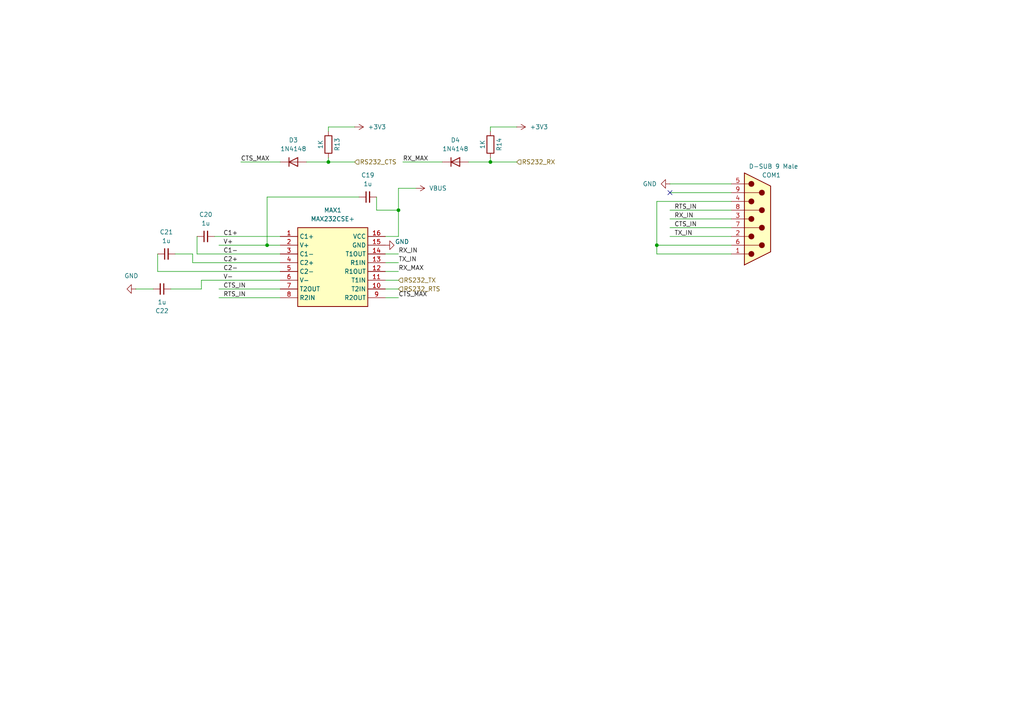
<source format=kicad_sch>
(kicad_sch (version 20231120) (generator "eeschema") (generator_version "8.0")
  (paper "A4")
  (title_block (title "VersaTerm") (date "2025-01-29") (rev "2.0") (company "Mikhail Matveev") (comment 1 "https://github.com/xtremespb/frank"))
  (lib_symbols
    (symbol "Device:C_Small" (pin_numbers hide) (pin_names (offset 0.254) hide)
      (property "Reference" "C" (at 0.254 1.778 0))
      (property "Value" "C_Small" (at 0.254 -2.032 0))
      (symbol "C_Small_0_1"
        (polyline (pts (xy -1.524 -0.508) (xy 1.524 -0.508)) (stroke (width 0.3302)))
        (polyline (pts (xy -1.524 0.508) (xy 1.524 0.508)) (stroke (width 0.3048)))
      )
      (symbol "C_Small_1_1"
        (pin passive line (at 0 2.54 270) (length 2.032) (name "~") (number "1"))
        (pin passive line (at 0 -2.54 90) (length 2.032) (name "~") (number "2"))
      )
    )
    (symbol "Device:R" (pin_numbers hide) (pin_names (offset 0))
      (property "Reference" "R" (at 2.032 0 90))
      (property "Value" "R" (at 0 0 90))
      (symbol "R_0_1"
        (rectangle (start -1.016 -2.54) (end 1.016 2.54) (stroke (width 0.254)))
      )
      (symbol "R_1_1"
        (pin passive line (at 0 3.81 270) (length 1.27) (name "~") (number "1"))
        (pin passive line (at 0 -3.81 90) (length 1.27) (name "~") (number "2"))
      )
    )
    (symbol "Diode:1N4148" (pin_numbers hide) (pin_names hide)
      (property "Reference" "D" (at 0 2.54 0))
      (property "Value" "1N4148" (at 0 -2.54 0))
      (symbol "1N4148_0_1"
        (polyline (pts (xy -1.27 1.27) (xy -1.27 -1.27)) (stroke (width 0.254)))
        (polyline (pts (xy 1.27 0) (xy -1.27 0)))
        (polyline (pts (xy 1.27 1.27) (xy 1.27 -1.27) (xy -1.27 0) (xy 1.27 1.27)) (stroke (width 0.254)))
      )
      (symbol "1N4148_1_1"
        (pin passive line (at -3.81 0 0) (length 2.54) (name "K") (number "1"))
        (pin passive line (at 3.81 0 180) (length 2.54) (name "A") (number "2"))
      )
    )
    (symbol "FRANK:DB9_Male_Small" (pin_names (offset 1.016) hide)
      (property "Reference" "JOY1" (at 1.27 12.7 0))
      (symbol "DB9_Male_Small_0_1"
        (circle (center -1.778 -10.16) (radius 0.762) (fill (type outline)))
        (circle (center -1.778 -5.08) (radius 0.762) (fill (type outline)))
        (circle (center -1.778 0) (radius 0.762) (fill (type outline)))
        (circle (center -1.778 5.08) (radius 0.762) (fill (type outline)))
        (circle (center -1.778 10.16) (radius 0.762) (fill (type outline)))
        (polyline (pts (xy -3.81 -10.16) (xy -2.54 -10.16)))
        (polyline (pts (xy -3.81 -7.62) (xy 0.508 -7.62)))
        (polyline (pts (xy -3.81 -5.08) (xy -2.54 -5.08)))
        (polyline (pts (xy -3.81 -2.54) (xy 0.508 -2.54)))
        (polyline (pts (xy -3.81 0) (xy -2.54 0)))
        (polyline (pts (xy -3.81 2.54) (xy 0.508 2.54)))
        (polyline (pts (xy -3.81 5.08) (xy -2.54 5.08)))
        (polyline (pts (xy -3.81 7.62) (xy 0.508 7.62)))
        (polyline (pts (xy -3.81 10.16) (xy -2.54 10.16)))
        (polyline (pts (xy -3.81 -13.335) (xy -3.81 13.335) (xy 3.81 9.525) (xy 3.81 -9.525) (xy -3.81 -13.335)) (stroke (width 0.254)) (fill (type background)))
        (circle (center 1.27 -7.62) (radius 0.762) (fill (type outline)))
        (circle (center 1.27 -2.54) (radius 0.762) (fill (type outline)))
        (circle (center 1.27 2.54) (radius 0.762) (fill (type outline)))
        (circle (center 1.27 7.62) (radius 0.762) (fill (type outline)))
      )
      (symbol "DB9_Male_Small_1_1"
        (pin passive line (at -7.62 -10.16 0) (length 3.81) (name "1") (number "1"))
        (pin passive line (at -7.62 -5.08 0) (length 3.81) (name "2") (number "2"))
        (pin passive line (at -7.62 0 0) (length 3.81) (name "3") (number "3"))
        (pin passive line (at -7.62 5.08 0) (length 3.81) (name "4") (number "4"))
        (pin passive line (at -7.62 10.16 0) (length 3.81) (name "5") (number "5"))
        (pin passive line (at -7.62 -7.62 0) (length 3.81) (name "6") (number "6"))
        (pin passive line (at -7.62 -2.54 0) (length 3.81) (name "7") (number "7"))
        (pin passive line (at -7.62 2.54 0) (length 3.81) (name "8") (number "8"))
        (pin passive line (at -7.62 7.62 0) (length 3.81) (name "9") (number "9"))
      )
    )
    (symbol "FRANK:MAX232CSE+"
      (property "Reference" "MAX1" (at 15.24 7.62 0))
      (property "Value" "MAX232CSE+" (at 15.24 5.08 0))
      (symbol "MAX232CSE+_1_1"
        (rectangle (start 5.08 2.54) (end 25.4 -20.32) (stroke (width 0.254)) (fill (type background)))
        (pin passive line (at 0 0 0) (length 5.08) (name "C1+") (number "1"))
        (pin passive line (at 30.48 -15.24 180) (length 5.08) (name "T2IN") (number "10"))
        (pin passive line (at 30.48 -12.7 180) (length 5.08) (name "T1IN") (number "11"))
        (pin passive line (at 30.48 -10.16 180) (length 5.08) (name "R1OUT") (number "12"))
        (pin passive line (at 30.48 -7.62 180) (length 5.08) (name "R1IN") (number "13"))
        (pin passive line (at 30.48 -5.08 180) (length 5.08) (name "T1OUT") (number "14"))
        (pin passive line (at 30.48 -2.54 180) (length 5.08) (name "GND") (number "15"))
        (pin passive line (at 30.48 0 180) (length 5.08) (name "VCC") (number "16"))
        (pin passive line (at 0 -2.54 0) (length 5.08) (name "V+") (number "2"))
        (pin passive line (at 0 -5.08 0) (length 5.08) (name "C1-") (number "3"))
        (pin passive line (at 0 -7.62 0) (length 5.08) (name "C2+") (number "4"))
        (pin passive line (at 0 -10.16 0) (length 5.08) (name "C2-") (number "5"))
        (pin passive line (at 0 -12.7 0) (length 5.08) (name "V-") (number "6"))
        (pin passive line (at 0 -15.24 0) (length 5.08) (name "T2OUT") (number "7"))
        (pin passive line (at 0 -17.78 0) (length 5.08) (name "R2IN") (number "8"))
        (pin passive line (at 30.48 -17.78 180) (length 5.08) (name "R2OUT") (number "9"))
      )
    )
    (symbol "GND_2" (power) (pin_numbers hide) (pin_names (offset 0) hide)
      (property "Value" "GND" (at 0 -3.81 0))
      (symbol "GND_2_0_1"
        (polyline (pts (xy 0 0) (xy 0 -1.27) (xy 1.27 -1.27) (xy 0 -2.54) (xy -1.27 -1.27) (xy 0 -1.27)))
      )
      (symbol "GND_2_1_1"
        (pin power_in line (at 0 0 270) (length 0) (name "~") (number "1"))
      )
    )
    (symbol "GND_3" (power) (pin_numbers hide) (pin_names (offset 0) hide)
      (property "Value" "GND" (at 0 -3.81 0))
      (symbol "GND_3_0_1"
        (polyline (pts (xy 0 0) (xy 0 -1.27) (xy 1.27 -1.27) (xy 0 -2.54) (xy -1.27 -1.27) (xy 0 -1.27)))
      )
      (symbol "GND_3_1_1"
        (pin power_in line (at 0 0 270) (length 0) (name "~") (number "1"))
      )
    )
    (symbol "GND_7" (power) (pin_numbers hide) (pin_names (offset 0) hide)
      (property "Value" "GND" (at 0 -3.81 0))
      (symbol "GND_7_0_1"
        (polyline (pts (xy 0 0) (xy 0 -1.27) (xy 1.27 -1.27) (xy 0 -2.54) (xy -1.27 -1.27) (xy 0 -1.27)))
      )
      (symbol "GND_7_1_1"
        (pin power_in line (at 0 0 270) (length 0) (name "~") (number "1"))
      )
    )
    (symbol "power:+3V3" (power) (pin_numbers hide) (pin_names (offset 0) hide)
      (property "Value" "+3V3" (at 0 3.556 0))
      (symbol "+3V3_0_1"
        (polyline (pts (xy -0.762 1.27) (xy 0 2.54)))
        (polyline (pts (xy 0 0) (xy 0 2.54)))
        (polyline (pts (xy 0 2.54) (xy 0.762 1.27)))
      )
      (symbol "+3V3_1_1"
        (pin power_in line (at 0 0 90) (length 0) (name "~") (number "1"))
      )
    )
    (symbol "power:VBUS" (power) (pin_numbers hide) (pin_names (offset 0) hide)
      (property "Value" "VBUS" (at 0 3.556 0))
      (symbol "VBUS_0_1"
        (polyline (pts (xy -0.762 1.27) (xy 0 2.54)))
        (polyline (pts (xy 0 0) (xy 0 2.54)))
        (polyline (pts (xy 0 2.54) (xy 0.762 1.27)))
      )
      (symbol "VBUS_1_1"
        (pin power_in line (at 0 0 90) (length 0) (name "~") (number "1"))
      )
    )
  )
  (junction (at 95.25 46.99))
  (junction (at 142.24 46.99))
  (junction (at 190.5 71.12))
  (junction (at 115.57 60.96))
  (junction (at 77.47 71.12))
  (no_connect (at 194.31 55.88))
  (wire (pts (xy 111.76 83.82) (xy 115.57 83.82)))
  (wire (pts (xy 111.76 78.74) (xy 115.57 78.74)))
  (wire (pts (xy 58.42 83.82) (xy 58.42 81.28)))
  (wire (pts (xy 190.5 73.66) (xy 190.5 71.12)))
  (wire (pts (xy 44.45 83.82) (xy 39.37 83.82)))
  (wire (pts (xy 58.42 81.28) (xy 81.28 81.28)))
  (wire (pts (xy 142.24 36.83) (xy 142.24 38.1)))
  (wire (pts (xy 109.22 60.96) (xy 109.22 57.15)))
  (wire (pts (xy 45.72 78.74) (xy 81.28 78.74)))
  (wire (pts (xy 49.53 83.82) (xy 58.42 83.82)))
  (wire (pts (xy 62.23 68.58) (xy 81.28 68.58)))
  (wire (pts (xy 190.5 71.12) (xy 190.5 58.42)))
  (wire (pts (xy 190.5 58.42) (xy 212.09 58.42)))
  (wire (pts (xy 95.25 45.72) (xy 95.25 46.99)))
  (wire (pts (xy 116.84 46.99) (xy 128.27 46.99)))
  (wire (pts (xy 135.89 46.99) (xy 142.24 46.99)))
  (wire (pts (xy 111.76 68.58) (xy 115.57 68.58)))
  (wire (pts (xy 63.5 86.36) (xy 81.28 86.36)))
  (wire (pts (xy 190.5 71.12) (xy 212.09 71.12)))
  (wire (pts (xy 50.8 73.66) (xy 55.88 73.66)))
  (wire (pts (xy 115.57 54.61) (xy 120.65 54.61)))
  (wire (pts (xy 95.25 46.99) (xy 102.87 46.99)))
  (wire (pts (xy 77.47 57.15) (xy 77.47 71.12)))
  (wire (pts (xy 57.15 68.58) (xy 57.15 73.66)))
  (wire (pts (xy 57.15 73.66) (xy 81.28 73.66)))
  (wire (pts (xy 194.31 66.04) (xy 212.09 66.04)))
  (wire (pts (xy 194.31 60.96) (xy 212.09 60.96)))
  (wire (pts (xy 55.88 73.66) (xy 55.88 76.2)))
  (wire (pts (xy 111.76 86.36) (xy 115.57 86.36)))
  (wire (pts (xy 55.88 76.2) (xy 81.28 76.2)))
  (wire (pts (xy 102.87 36.83) (xy 95.25 36.83)))
  (wire (pts (xy 194.31 53.34) (xy 212.09 53.34)))
  (wire (pts (xy 149.86 36.83) (xy 142.24 36.83)))
  (wire (pts (xy 45.72 73.66) (xy 45.72 78.74)))
  (wire (pts (xy 63.5 83.82) (xy 81.28 83.82)))
  (wire (pts (xy 63.5 71.12) (xy 77.47 71.12)))
  (wire (pts (xy 95.25 36.83) (xy 95.25 38.1)))
  (wire (pts (xy 77.47 71.12) (xy 81.28 71.12)))
  (wire (pts (xy 104.14 57.15) (xy 77.47 57.15)))
  (wire (pts (xy 88.9 46.99) (xy 95.25 46.99)))
  (wire (pts (xy 142.24 45.72) (xy 142.24 46.99)))
  (wire (pts (xy 194.31 55.88) (xy 212.09 55.88)))
  (wire (pts (xy 142.24 46.99) (xy 149.86 46.99)))
  (wire (pts (xy 111.76 73.66) (xy 115.57 73.66)))
  (wire (pts (xy 111.76 76.2) (xy 115.57 76.2)))
  (wire (pts (xy 190.5 73.66) (xy 212.09 73.66)))
  (wire (pts (xy 115.57 60.96) (xy 115.57 54.61)))
  (wire (pts (xy 115.57 60.96) (xy 115.57 68.58)))
  (wire (pts (xy 111.76 81.28) (xy 115.57 81.28)))
  (wire (pts (xy 194.31 68.58) (xy 212.09 68.58)))
  (wire (pts (xy 69.85 46.99) (xy 81.28 46.99)))
  (wire (pts (xy 194.31 63.5) (xy 212.09 63.5)))
  (wire (pts (xy 109.22 60.96) (xy 115.57 60.96)))
  (label "CTS_MAX" (at 115.57 86.36 0))
  (label "RX_IN" (at 115.57 73.66 0))
  (label "CTS_IN" (at 64.77 83.82 0))
  (label "CTS_MAX" (at 69.85 46.99 0))
  (label "RX_MAX" (at 116.84 46.99 0))
  (label "TX_IN" (at 195.58 68.58 0))
  (label "C1-" (at 64.77 73.66 0))
  (label "V-" (at 64.77 81.28 0))
  (label "RTS_IN" (at 195.58 60.96 0))
  (label "C2-" (at 64.77 78.74 0))
  (label "RX_MAX" (at 115.57 78.74 0))
  (label "C1+" (at 64.77 68.58 0))
  (label "RTS_IN" (at 64.77 86.36 0))
  (label "C2+" (at 64.77 76.2 0))
  (label "CTS_IN" (at 195.58 66.04 0))
  (label "TX_IN" (at 115.57 76.2 0))
  (label "RX_IN" (at 195.58 63.5 0))
  (label "V+" (at 64.77 71.12 0))
  (hierarchical_label "RS232_RX" (shape input) (at 149.86 46.99 0))
  (hierarchical_label "RS232_CTS" (shape input) (at 102.87 46.99 0))
  (hierarchical_label "RS232_RTS" (shape input) (at 115.57 83.82 0))
  (hierarchical_label "RS232_TX" (shape input) (at 115.57 81.28 0))
  (symbol (lib_id "Device:C_Small") (at 59.69 68.58 90) (unit 1)
    (property "Reference" "C20" (at 59.6963 62.23 90))
    (property "Value" "1u" (at 59.6963 64.77 90))
    (property "Footprint" "FRANK:Capacitor (0805)" (effects (hide yes)))
    (property "Datasheet" "https://eu.mouser.com/datasheet/2/447/KEM_C1075_X7R_HT_SMD-3316221.pdf" (effects (hide yes)))
    (property "Description" "Unpolarized capacitor, small symbol" (effects (hide yes)))
    (property "AliExpress" "https://www.aliexpress.com/item/33008008276.html" (effects (hide yes)))
  )
  (symbol (lib_id "power:+3V3") (at 102.87 36.83 270) (unit 1)
    (property "Reference" "#PWR034" (effects (hide yes)))
    (property "Value" "+3V3" (at 106.68 36.8299 90) (effects (justify left)))
    (property "Description" "Power symbol creates a global label with name \"+3V3\"" (effects (hide yes)))
  )
  (symbol (lib_id "power:VBUS") (at 120.65 54.61 270) (unit 1)
    (property "Reference" "#PWR037" (effects (hide yes)))
    (property "Value" "VBUS" (at 124.46 54.6099 90) (effects (justify left)))
    (property "Description" "Power symbol creates a global label with name \"VBUS\"" (effects (hide yes)))
  )
  (symbol (lib_id "Device:C_Small") (at 48.26 73.66 90) (unit 1)
    (property "Reference" "C21" (at 48.2663 67.31 90))
    (property "Value" "1u" (at 48.2663 69.85 90))
    (property "Footprint" "FRANK:Capacitor (0805)" (effects (hide yes)))
    (property "Datasheet" "https://eu.mouser.com/datasheet/2/447/KEM_C1075_X7R_HT_SMD-3316221.pdf" (effects (hide yes)))
    (property "Description" "Unpolarized capacitor, small symbol" (effects (hide yes)))
    (property "AliExpress" "https://www.aliexpress.com/item/33008008276.html" (effects (hide yes)))
  )
  (symbol (lib_id "Device:C_Small") (at 106.68 57.15 90) (unit 1)
    (property "Reference" "C19" (at 106.6863 50.8 90))
    (property "Value" "1u" (at 106.6863 53.34 90))
    (property "Footprint" "FRANK:Capacitor (0805)" (effects (hide yes)))
    (property "Datasheet" "https://eu.mouser.com/datasheet/2/447/KEM_C1075_X7R_HT_SMD-3316221.pdf" (effects (hide yes)))
    (property "Description" "Unpolarized capacitor, small symbol" (effects (hide yes)))
    (property "AliExpress" "https://www.aliexpress.com/item/33008008276.html" (effects (hide yes)))
  )
  (symbol (lib_id "power:+3V3") (at 149.86 36.83 270) (unit 1)
    (property "Reference" "#PWR035" (effects (hide yes)))
    (property "Value" "+3V3" (at 153.67 36.8299 90) (effects (justify left)))
    (property "Description" "Power symbol creates a global label with name \"+3V3\"" (effects (hide yes)))
  )
  (symbol (lib_id "Device:R") (at 142.24 41.91 180) (unit 1)
    (property "Reference" "R14" (at 144.78 41.91 90))
    (property "Value" "1K" (at 139.954 41.91 90))
    (property "Footprint" "FRANK:Resistor (0805)" (effects (hide yes)))
    (property "Datasheet" "https://www.vishay.com/docs/28952/mcs0402at-mct0603at-mcu0805at-mca1206at.pdf" (effects (hide yes)))
    (property "AliExpress" "https://www.aliexpress.com/item/1005005945735199.html" (effects (hide yes)))
  )
  (symbol (lib_id "Device:C_Small") (at 46.99 83.82 270) (unit 1)
    (property "Reference" "C22" (at 46.99 90.17 90))
    (property "Value" "1u" (at 46.99 87.63 90))
    (property "Footprint" "FRANK:Capacitor (0805)" (effects (hide yes)))
    (property "Datasheet" "https://eu.mouser.com/datasheet/2/447/KEM_C1075_X7R_HT_SMD-3316221.pdf" (effects (hide yes)))
    (property "Description" "Unpolarized capacitor, small symbol" (effects (hide yes)))
    (property "AliExpress" "https://www.aliexpress.com/item/33008008276.html" (effects (hide yes)))
  )
  (symbol (lib_name "GND_3") (lib_id "power:GND") (at 194.31 53.34 270) (unit 1)
    (property "Reference" "#PWR036" (effects (hide yes)))
    (property "Value" "GND" (at 190.5 53.3399 90) (effects (justify right)))
    (property "Description" "Power symbol creates a global label with name \"GND\" , ground" (effects (hide yes)))
  )
  (symbol (lib_id "Diode:1N4148") (at 132.08 46.99 0) (unit 1)
    (property "Reference" "D4" (at 132.08 40.64 0))
    (property "Value" "1N4148" (at 132.08 43.18 0))
    (property "Footprint" "FRANK:Diode (SOD-323)" (effects (hide yes)))
    (property "Datasheet" "https://www.vishay.com/docs/85748/1n4148w.pdf" (effects (hide yes)))
    (property "Description" "100V 0.15A standard switching diode, DO-35" (effects (hide yes)))
    (property "Sim.Device" "D" (effects (hide yes)))
    (property "Sim.Pins" "1=K 2=A" (effects (hide yes)))
    (property "AliExpress" "https://www.aliexpress.com/item/1005005707644429.html" (effects (hide yes)))
  )
  (symbol (lib_id "FRANK:MAX232CSE+") (at 81.28 68.58 0) (unit 1)
    (property "Reference" "MAX1" (at 96.52 60.96 0))
    (property "Value" "MAX232CSE+" (at 96.52 63.5 0))
    (property "Footprint" "FRANK:SOIC127P600X175-16N" (effects (hide yes)))
    (property "Datasheet" "http://datasheets.maximintegrated.com/en/ds/MAX220-MAX249.pdf" (effects (hide yes)))
    (property "Description" "MAX232CSE+, Line Transceiver, EIA/TIA-232-E, RS-232, V.24, V.28 2-TX 2-RX 2-TRX, 5V, 16-Pin SOIC" (effects (hide yes)))
    (property "Height" "1.75" (effects (hide yes)))
    (property "Mouser Part Number" "700-MAX232CSE" (effects (hide yes)))
    (property "Mouser Price/Stock" "https://www.mouser.co.uk/ProductDetail/Analog-Devices-Maxim-Integrated/MAX232CSE%2b?qs=1THa7WoU59E0tHinO%252BHrBQ%3D%3D" (effects (hide yes)))
    (property "Manufacturer_Name" "Analog Devices" (effects (hide yes)))
    (property "Manufacturer_Part_Number" "MAX232CSE+" (effects (hide yes)))
    (property "AliExpress" "https://www.aliexpress.com/item/1005006286473801.html" (effects (hide yes)))
  )
  (symbol (lib_name "GND_7") (lib_id "power:GND") (at 39.37 83.82 270) (unit 1)
    (property "Reference" "#PWR039" (effects (hide yes)))
    (property "Value" "GND" (at 38.1 80.01 90))
    (property "Description" "Power symbol creates a global label with name \"GND\" , ground" (effects (hide yes)))
  )
  (symbol (lib_id "Device:R") (at 95.25 41.91 180) (unit 1)
    (property "Reference" "R13" (at 97.79 41.91 90))
    (property "Value" "1K" (at 92.964 41.91 90))
    (property "Footprint" "FRANK:Resistor (0805)" (effects (hide yes)))
    (property "Datasheet" "https://www.vishay.com/docs/28952/mcs0402at-mct0603at-mcu0805at-mca1206at.pdf" (effects (hide yes)))
    (property "AliExpress" "https://www.aliexpress.com/item/1005005945735199.html" (effects (hide yes)))
  )
  (symbol (lib_name "GND_2") (lib_id "power:GND") (at 111.76 71.12 90) (unit 1)
    (property "Reference" "#PWR038" (effects (hide yes)))
    (property "Value" "GND" (at 114.554 70.104 90) (effects (justify right)))
    (property "Description" "Power symbol creates a global label with name \"GND\" , ground" (effects (hide yes)))
  )
  (symbol (lib_id "Diode:1N4148") (at 85.09 46.99 0) (unit 1)
    (property "Reference" "D3" (at 85.09 40.64 0))
    (property "Value" "1N4148" (at 85.09 43.18 0))
    (property "Footprint" "FRANK:Diode (SOD-323)" (effects (hide yes)))
    (property "Datasheet" "https://www.vishay.com/docs/85748/1n4148w.pdf" (effects (hide yes)))
    (property "Description" "100V 0.15A standard switching diode, DO-35" (effects (hide yes)))
    (property "Sim.Device" "D" (effects (hide yes)))
    (property "Sim.Pins" "1=K 2=A" (effects (hide yes)))
    (property "AliExpress" "https://www.aliexpress.com/item/1005005707644429.html" (effects (hide yes)))
  )
  (symbol (lib_id "FRANK:DB9_Male_Small") (at 219.71 63.5 0) (unit 1)
    (property "Reference" "COM1" (at 220.98 50.8 0) (effects (justify left)))
    (property "Value" "D-SUB 9 Male" (at 217.17 48.26 0) (effects (justify left)))
    (property "Footprint" "FRANK:D-SUB (9 pin, male, top mount)" (effects (hide yes)))
    (property "Datasheet" "https://eu.mouser.com/datasheet/2/578/original-3313093.pdf" (effects (hide yes)))
    (property "AliExpress" "https://www.aliexpress.com/item/4001214300548.html" (effects (hide yes)))
  )
)
</source>
